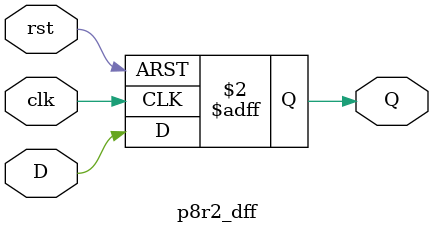
<source format=v>
`timescale 1ns / 1ps


module p8r2_dff(
    input D,
    input clk,
    input rst,
    output reg Q
    );
    always @(posedge clk,posedge rst)
    begin
    if(rst)
        Q <= 1'b0;
    else
        Q <= D;
    end
    
    
endmodule

</source>
